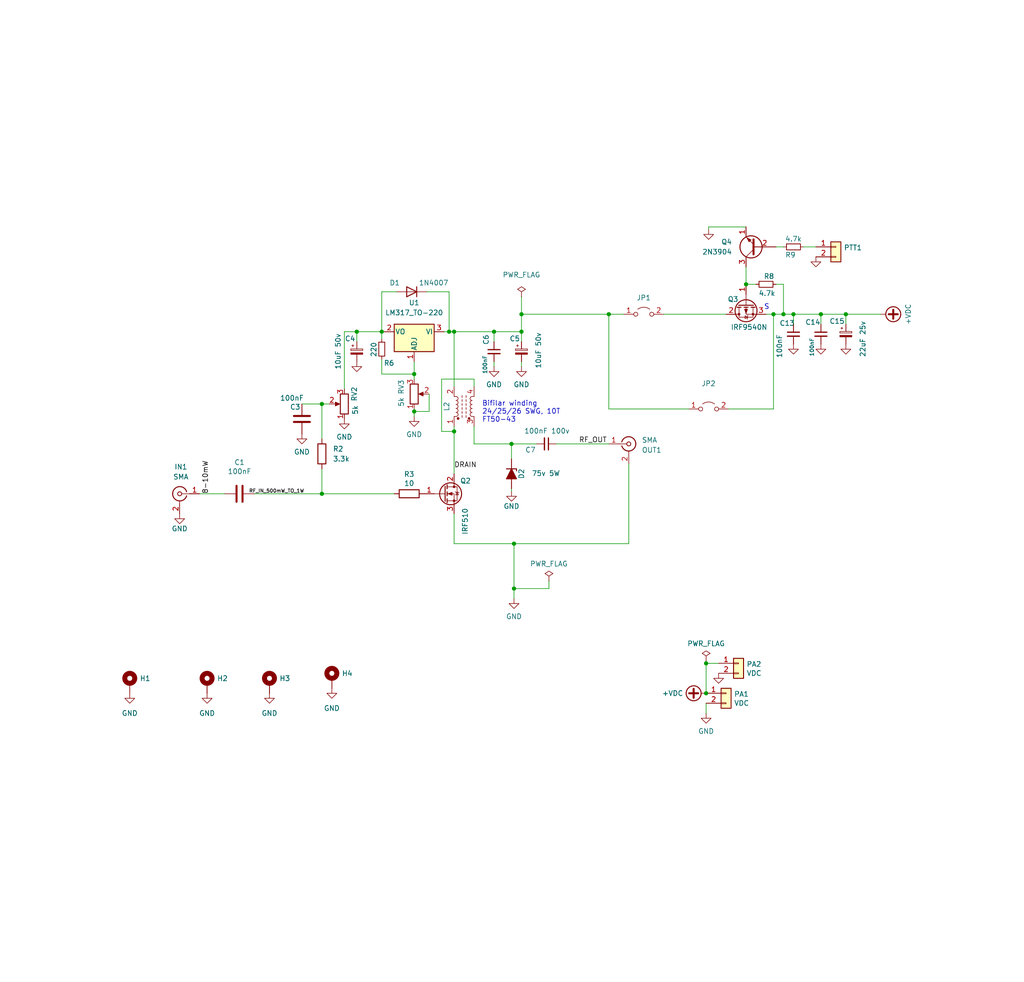
<source format=kicad_sch>
(kicad_sch (version 20230121) (generator eeschema)
  (paper "User" 260.629 250.012)
  (title_block (title "Easy-PA-With-Pluggable-LPF") (date "2022-09-28") (rev "v6.0") (company "Author: Dhiru Kholia (VU3CER)") (comment 1 "Designed for https://github.com/kholia/Easy-Digital-Beacons-v1 project") (comment 2 "Motivation: We need usable power on the 10m band!") (comment 3 "Uses ideas and support from G0UPL (QRP Labs), VU3SXT, VU2ASH, VU2SPF, AC7LX, PY2OHH") (comment 4 "Robust Class-D Single-ended \"5W+\" IRF510 powered HF PA"))
  (lib_symbols
    (symbol "Connector:Conn_Coaxial" (pin_names (offset 1.016) hide)
      (property "Reference" "J" (at 0.254 3.048 0))
      (property "Value" "Conn_Coaxial" (at 2.921 0 90))
      (symbol "Conn_Coaxial_0_1"
        (arc (start -1.778 -0.508) (mid 0.222 -1.808) (end 1.778 0) (stroke (width 0.254)))
        (polyline (pts (xy -2.54 0) (xy -0.508 0)))
        (polyline (pts (xy 0 -2.54) (xy 0 -1.778)))
        (circle (center 0 0) (radius 0.508) (stroke (width 0.2032)))
        (arc (start 1.778 0) (mid 0.222 1.8083) (end -1.778 0.508) (stroke (width 0.254)))
      )
      (symbol "Conn_Coaxial_1_1"
        (pin passive line (at -5.08 0 0) (length 2.54) (name "In") (number "1"))
        (pin passive line (at 0 -5.08 90) (length 2.54) (name "Ext") (number "2"))
      )
    )
    (symbol "Connector_Generic:Conn_01x02" (pin_names (offset 1.016) hide)
      (property "Reference" "J" (at 0 2.54 0))
      (property "Value" "Conn_01x02" (at 0 -5.08 0))
      (symbol "Conn_01x02_1_1"
        (rectangle (start -1.27 -2.413) (end 0 -2.667) (stroke (width 0.1524)))
        (rectangle (start -1.27 0.127) (end 0 -0.127) (stroke (width 0.1524)))
        (rectangle (start -1.27 1.27) (end 1.27 -3.81) (stroke (width 0.254)) (fill (type background)))
        (pin passive line (at -5.08 0 0) (length 3.81) (name "Pin_1") (number "1"))
        (pin passive line (at -5.08 -2.54 0) (length 3.81) (name "Pin_2") (number "2"))
      )
    )
    (symbol "Device:C" (pin_numbers hide) (pin_names (offset 0.254))
      (property "Reference" "C" (at 0.635 2.54 0))
      (property "Value" "C" (at 0.635 -2.54 0))
      (symbol "C_0_1"
        (polyline (pts (xy -2.032 -0.762) (xy 2.032 -0.762)) (stroke (width 0.508)))
        (polyline (pts (xy -2.032 0.762) (xy 2.032 0.762)) (stroke (width 0.508)))
      )
      (symbol "C_1_1"
        (pin passive line (at 0 3.81 270) (length 2.794) (name "~") (number "1"))
        (pin passive line (at 0 -3.81 90) (length 2.794) (name "~") (number "2"))
      )
    )
    (symbol "Device:C_Polarized_Small" (pin_numbers hide) (pin_names (offset 0.254) hide)
      (property "Reference" "C" (at 0.254 1.778 0))
      (property "Value" "C_Polarized_Small" (at 0.254 -2.032 0))
      (symbol "C_Polarized_Small_0_1"
        (rectangle (start -1.524 -0.3048) (end 1.524 -0.6858) (fill (type outline)))
        (rectangle (start -1.524 0.6858) (end 1.524 0.3048))
        (polyline (pts (xy -1.27 1.524) (xy -0.762 1.524)))
        (polyline (pts (xy -1.016 1.27) (xy -1.016 1.778)))
      )
      (symbol "C_Polarized_Small_1_1"
        (pin passive line (at 0 2.54 270) (length 1.8542) (name "~") (number "1"))
        (pin passive line (at 0 -2.54 90) (length 1.8542) (name "~") (number "2"))
      )
    )
    (symbol "Device:C_Small" (pin_numbers hide) (pin_names (offset 0.254) hide)
      (property "Reference" "C" (at 0.254 1.778 0))
      (property "Value" "C_Small" (at 0.254 -2.032 0))
      (symbol "C_Small_0_1"
        (polyline (pts (xy -1.524 -0.508) (xy 1.524 -0.508)) (stroke (width 0.3302)))
        (polyline (pts (xy -1.524 0.508) (xy 1.524 0.508)) (stroke (width 0.3048)))
      )
      (symbol "C_Small_1_1"
        (pin passive line (at 0 2.54 270) (length 2.032) (name "~") (number "1"))
        (pin passive line (at 0 -2.54 90) (length 2.032) (name "~") (number "2"))
      )
    )
    (symbol "Device:D_Zener_Filled" (pin_numbers hide) (pin_names (offset 1.016) hide)
      (property "Reference" "D" (at 0 2.54 0))
      (property "Value" "D_Zener_Filled" (at 0 -2.54 0))
      (symbol "D_Zener_Filled_0_1"
        (polyline (pts (xy 1.27 0) (xy -1.27 0)))
        (polyline (pts (xy -1.27 -1.27) (xy -1.27 1.27) (xy -0.762 1.27)) (stroke (width 0.254)))
        (polyline (pts (xy 1.27 -1.27) (xy 1.27 1.27) (xy -1.27 0) (xy 1.27 -1.27)) (stroke (width 0.254)) (fill (type outline)))
      )
      (symbol "D_Zener_Filled_1_1"
        (pin passive line (at -3.81 0 0) (length 2.54) (name "K") (number "1"))
        (pin passive line (at 3.81 0 180) (length 2.54) (name "A") (number "2"))
      )
    )
    (symbol "Device:L_Ferrite_Coupled" (pin_names (offset 0.254) hide)
      (property "Reference" "L" (at 0 4.445 0))
      (property "Value" "L_Ferrite_Coupled" (at 0 -4.445 0))
      (symbol "L_Ferrite_Coupled_0_1"
        (circle (center -3.048 -1.27) (radius 0.254) (fill (type outline)))
        (circle (center -3.048 1.524) (radius 0.254) (fill (type outline)))
        (arc (start -2.54 2.032) (mid -2.032 1.5262) (end -1.524 2.032))
        (arc (start -1.524 -2.032) (mid -2.032 -1.5262) (end -2.54 -2.032))
        (arc (start -1.524 2.032) (mid -1.016 1.5262) (end -0.508 2.032))
        (arc (start -0.508 -2.032) (mid -1.016 -1.5262) (end -1.524 -2.032))
        (arc (start -0.508 2.032) (mid 0 1.5262) (end 0.508 2.032))
        (polyline (pts (xy -2.794 -0.508) (xy -2.286 -0.508)))
        (polyline (pts (xy -2.794 0.508) (xy -2.286 0.508)))
        (polyline (pts (xy -2.54 -2.032) (xy -2.54 -2.54)))
        (polyline (pts (xy -2.54 2.032) (xy -2.54 2.54)))
        (polyline (pts (xy -1.778 -0.508) (xy -1.27 -0.508)))
        (polyline (pts (xy -1.778 0.508) (xy -1.27 0.508)))
        (polyline (pts (xy -0.762 -0.508) (xy -0.254 -0.508)))
        (polyline (pts (xy -0.762 0.508) (xy -0.254 0.508)))
        (polyline (pts (xy 0.254 -0.508) (xy 0.762 -0.508)))
        (polyline (pts (xy 0.254 0.508) (xy 0.762 0.508)))
        (polyline (pts (xy 1.27 -0.508) (xy 1.778 -0.508)))
        (polyline (pts (xy 1.27 0.508) (xy 1.778 0.508)))
        (polyline (pts (xy 2.286 -0.508) (xy 2.794 -0.508)))
        (polyline (pts (xy 2.286 0.508) (xy 2.794 0.508)))
        (polyline (pts (xy 2.54 -2.032) (xy 2.54 -2.54)))
        (polyline (pts (xy 2.54 2.54) (xy 2.54 2.032)))
        (arc (start 0.508 -2.032) (mid 0 -1.5262) (end -0.508 -2.032))
        (arc (start 0.508 2.032) (mid 1.016 1.5262) (end 1.524 2.032))
        (arc (start 1.524 -2.032) (mid 1.016 -1.5262) (end 0.508 -2.032))
        (arc (start 1.524 2.032) (mid 2.032 1.5262) (end 2.54 2.032))
        (arc (start 2.54 -2.032) (mid 2.032 -1.5262) (end 1.524 -2.032))
      )
      (symbol "L_Ferrite_Coupled_1_1"
        (pin passive line (at -5.08 2.54 0) (length 2.54) (name "1") (number "1"))
        (pin passive line (at 5.08 2.54 180) (length 2.54) (name "2") (number "2"))
        (pin passive line (at -5.08 -2.54 0) (length 2.54) (name "3") (number "3"))
        (pin passive line (at 5.08 -2.54 180) (length 2.54) (name "4") (number "4"))
      )
    )
    (symbol "Device:R" (pin_numbers hide) (pin_names (offset 0))
      (property "Reference" "R" (at 2.032 0 90))
      (property "Value" "R" (at 0 0 90))
      (symbol "R_0_1"
        (rectangle (start -1.016 -2.54) (end 1.016 2.54) (stroke (width 0.254)))
      )
      (symbol "R_1_1"
        (pin passive line (at 0 3.81 270) (length 1.27) (name "~") (number "1"))
        (pin passive line (at 0 -3.81 90) (length 1.27) (name "~") (number "2"))
      )
    )
    (symbol "Device:R_Potentiometer" (pin_names (offset 1.016) hide)
      (property "Reference" "RV" (at -4.445 0 90))
      (property "Value" "R_Potentiometer" (at -2.54 0 90))
      (symbol "R_Potentiometer_0_1"
        (polyline (pts (xy 2.54 0) (xy 1.524 0)))
        (polyline (pts (xy 1.143 0) (xy 2.286 0.508) (xy 2.286 -0.508) (xy 1.143 0)) (fill (type outline)))
        (rectangle (start 1.016 2.54) (end -1.016 -2.54) (stroke (width 0.254)))
      )
      (symbol "R_Potentiometer_1_1"
        (pin passive line (at 0 3.81 270) (length 1.27) (name "1") (number "1"))
        (pin passive line (at 3.81 0 180) (length 1.27) (name "2") (number "2"))
        (pin passive line (at 0 -3.81 90) (length 1.27) (name "3") (number "3"))
      )
    )
    (symbol "Device:R_Small" (pin_numbers hide) (pin_names (offset 0.254) hide)
      (property "Reference" "R" (at 0.762 0.508 0))
      (property "Value" "R_Small" (at 0.762 -1.016 0))
      (symbol "R_Small_0_1"
        (rectangle (start -0.762 1.778) (end 0.762 -1.778) (stroke (width 0.2032)))
      )
      (symbol "R_Small_1_1"
        (pin passive line (at 0 2.54 270) (length 0.762) (name "~") (number "1"))
        (pin passive line (at 0 -2.54 90) (length 0.762) (name "~") (number "2"))
      )
    )
    (symbol "Diode:1N4007" (pin_numbers hide) (pin_names hide)
      (property "Reference" "D" (at 0 2.54 0))
      (property "Value" "1N4007" (at 0 -2.54 0))
      (symbol "1N4007_0_1"
        (polyline (pts (xy -1.27 1.27) (xy -1.27 -1.27)) (stroke (width 0.254)))
        (polyline (pts (xy 1.27 0) (xy -1.27 0)))
        (polyline (pts (xy 1.27 1.27) (xy 1.27 -1.27) (xy -1.27 0) (xy 1.27 1.27)) (stroke (width 0.254)))
      )
      (symbol "1N4007_1_1"
        (pin passive line (at -3.81 0 0) (length 2.54) (name "K") (number "1"))
        (pin passive line (at 3.81 0 180) (length 2.54) (name "A") (number "2"))
      )
    )
    (symbol "Jumper:Jumper_2_Open" (pin_names (offset 0) hide)
      (property "Reference" "JP" (at 0 2.794 0))
      (property "Value" "Jumper_2_Open" (at 0 -2.286 0))
      (symbol "Jumper_2_Open_0_0"
        (circle (center -2.032 0) (radius 0.508))
        (circle (center 2.032 0) (radius 0.508))
      )
      (symbol "Jumper_2_Open_0_1"
        (arc (start 1.524 1.27) (mid 0 1.778) (end -1.524 1.27))
      )
      (symbol "Jumper_2_Open_1_1"
        (pin passive line (at -5.08 0 0) (length 2.54) (name "A") (number "1"))
        (pin passive line (at 5.08 0 180) (length 2.54) (name "B") (number "2"))
      )
    )
    (symbol "Mechanical:MountingHole_Pad" (pin_numbers hide) (pin_names (offset 1.016) hide)
      (property "Reference" "H" (at 0 6.35 0))
      (property "Value" "MountingHole_Pad" (at 0 4.445 0))
      (symbol "MountingHole_Pad_0_1"
        (circle (center 0 1.27) (radius 1.27) (stroke (width 1.27)))
      )
      (symbol "MountingHole_Pad_1_1"
        (pin input line (at 0 -2.54 90) (length 2.54) (name "1") (number "1"))
      )
    )
    (symbol "Regulator_Linear:LM317_TO-220" (pin_names (offset 0.254))
      (property "Reference" "U" (at -3.81 3.175 0))
      (property "Value" "LM317_TO-220" (at 0 3.175 0))
      (symbol "LM317_TO-220_0_1"
        (rectangle (start -5.08 1.905) (end 5.08 -5.08) (stroke (width 0.254)) (fill (type background)))
      )
      (symbol "LM317_TO-220_1_1"
        (pin input line (at 0 -7.62 90) (length 2.54) (name "ADJ") (number "1"))
        (pin power_out line (at 7.62 0 180) (length 2.54) (name "VO") (number "2"))
        (pin power_in line (at -7.62 0 0) (length 2.54) (name "VI") (number "3"))
      )
    )
    (symbol "Transistor_BJT:2N3904" (pin_names (offset 0) hide)
      (property "Reference" "Q" (at 5.08 1.905 0))
      (property "Value" "2N3904" (at 5.08 0 0))
      (symbol "2N3904_0_1"
        (polyline (pts (xy 0.635 0.635) (xy 2.54 2.54)))
        (polyline (pts (xy 0.635 -0.635) (xy 2.54 -2.54) (xy 2.54 -2.54)))
        (polyline (pts (xy 0.635 1.905) (xy 0.635 -1.905) (xy 0.635 -1.905)) (stroke (width 0.508)))
        (polyline (pts (xy 1.27 -1.778) (xy 1.778 -1.27) (xy 2.286 -2.286) (xy 1.27 -1.778) (xy 1.27 -1.778)) (fill (type outline)))
        (circle (center 1.27 0) (radius 2.8194) (stroke (width 0.254)))
      )
      (symbol "2N3904_1_1"
        (pin passive line (at 2.54 -5.08 90) (length 2.54) (name "E") (number "1"))
        (pin passive line (at -5.08 0 0) (length 5.715) (name "B") (number "2"))
        (pin passive line (at 2.54 5.08 270) (length 2.54) (name "C") (number "3"))
      )
    )
    (symbol "Transistor_FET:IRF540N" (pin_names hide)
      (property "Reference" "Q" (at 6.35 1.905 0))
      (property "Value" "IRF540N" (at 6.35 0 0))
      (symbol "IRF540N_0_1"
        (polyline (pts (xy 0.254 0) (xy -2.54 0)))
        (polyline (pts (xy 0.254 1.905) (xy 0.254 -1.905)) (stroke (width 0.254)))
        (polyline (pts (xy 0.762 -1.27) (xy 0.762 -2.286)) (stroke (width 0.254)))
        (polyline (pts (xy 0.762 0.508) (xy 0.762 -0.508)) (stroke (width 0.254)))
        (polyline (pts (xy 0.762 2.286) (xy 0.762 1.27)) (stroke (width 0.254)))
        (polyline (pts (xy 2.54 2.54) (xy 2.54 1.778)))
        (polyline (pts (xy 2.54 -2.54) (xy 2.54 0) (xy 0.762 0)))
        (polyline (pts (xy 0.762 -1.778) (xy 3.302 -1.778) (xy 3.302 1.778) (xy 0.762 1.778)))
        (polyline (pts (xy 1.016 0) (xy 2.032 0.381) (xy 2.032 -0.381) (xy 1.016 0)) (fill (type outline)))
        (polyline (pts (xy 2.794 0.508) (xy 2.921 0.381) (xy 3.683 0.381) (xy 3.81 0.254)))
        (polyline (pts (xy 3.302 0.381) (xy 2.921 -0.254) (xy 3.683 -0.254) (xy 3.302 0.381)))
        (circle (center 1.651 0) (radius 2.794) (stroke (width 0.254)))
        (circle (center 2.54 -1.778) (radius 0.254) (fill (type outline)))
        (circle (center 2.54 1.778) (radius 0.254) (fill (type outline)))
      )
      (symbol "IRF540N_1_1"
        (pin input line (at -5.08 0 0) (length 2.54) (name "G") (number "1"))
        (pin passive line (at 2.54 5.08 270) (length 2.54) (name "D") (number "2"))
        (pin passive line (at 2.54 -5.08 90) (length 2.54) (name "S") (number "3"))
      )
    )
    (symbol "Transistor_FET:IRF9540N" (pin_names hide)
      (property "Reference" "Q" (at 5.08 1.905 0))
      (property "Value" "IRF9540N" (at 5.08 0 0))
      (symbol "IRF9540N_0_1"
        (polyline (pts (xy 0.254 0) (xy -2.54 0)))
        (polyline (pts (xy 0.254 1.905) (xy 0.254 -1.905)) (stroke (width 0.254)))
        (polyline (pts (xy 0.762 -1.27) (xy 0.762 -2.286)) (stroke (width 0.254)))
        (polyline (pts (xy 0.762 0.508) (xy 0.762 -0.508)) (stroke (width 0.254)))
        (polyline (pts (xy 0.762 2.286) (xy 0.762 1.27)) (stroke (width 0.254)))
        (polyline (pts (xy 2.54 2.54) (xy 2.54 1.778)))
        (polyline (pts (xy 2.54 -2.54) (xy 2.54 0) (xy 0.762 0)))
        (polyline (pts (xy 0.762 1.778) (xy 3.302 1.778) (xy 3.302 -1.778) (xy 0.762 -1.778)))
        (polyline (pts (xy 2.286 0) (xy 1.27 0.381) (xy 1.27 -0.381) (xy 2.286 0)) (fill (type outline)))
        (polyline (pts (xy 2.794 -0.508) (xy 2.921 -0.381) (xy 3.683 -0.381) (xy 3.81 -0.254)))
        (polyline (pts (xy 3.302 -0.381) (xy 2.921 0.254) (xy 3.683 0.254) (xy 3.302 -0.381)))
        (circle (center 1.651 0) (radius 2.794) (stroke (width 0.254)))
        (circle (center 2.54 -1.778) (radius 0.254) (fill (type outline)))
        (circle (center 2.54 1.778) (radius 0.254) (fill (type outline)))
      )
      (symbol "IRF9540N_1_1"
        (pin input line (at -5.08 0 0) (length 2.54) (name "G") (number "1"))
        (pin passive line (at 2.54 5.08 270) (length 2.54) (name "D") (number "2"))
        (pin passive line (at 2.54 -5.08 90) (length 2.54) (name "S") (number "3"))
      )
    )
    (symbol "power:+VDC" (power) (pin_names (offset 0))
      (property "Value" "+VDC" (at 0 6.35 0))
      (symbol "+VDC_0_1"
        (polyline (pts (xy -1.143 3.175) (xy 1.143 3.175)) (stroke (width 0.508)))
        (polyline (pts (xy 0 0) (xy 0 1.27)))
        (polyline (pts (xy 0 2.032) (xy 0 4.318)) (stroke (width 0.508)))
        (circle (center 0 3.175) (radius 1.905) (stroke (width 0.254)))
      )
      (symbol "+VDC_1_1"
        (pin power_in line (at 0 0 90) (length 0) hide (name "+VDC") (number "1"))
      )
    )
    (symbol "power:GND" (power) (pin_names (offset 0))
      (property "Value" "GND" (at 0 -3.81 0))
      (symbol "GND_0_1"
        (polyline (pts (xy 0 0) (xy 0 -1.27) (xy 1.27 -1.27) (xy 0 -2.54) (xy -1.27 -1.27) (xy 0 -1.27)))
      )
      (symbol "GND_1_1"
        (pin power_in line (at 0 0 270) (length 0) hide (name "GND") (number "1"))
      )
    )
    (symbol "power:PWR_FLAG" (power) (pin_numbers hide) (pin_names (offset 0) hide)
      (property "Value" "PWR_FLAG" (at 0 3.81 0))
      (symbol "PWR_FLAG_0_0"
        (pin power_out line (at 0 0 90) (length 0) (name "pwr") (number "1"))
      )
      (symbol "PWR_FLAG_0_1"
        (polyline (pts (xy 0 0) (xy 0 1.27) (xy -1.016 1.905) (xy 0 2.54) (xy 1.016 1.905) (xy 0 1.27)))
      )
    )
  )
  (junction (at 154.94 80.01))
  (junction (at 90.805 84.455))
  (junction (at 196.85 80.01))
  (junction (at 130.81 149.86))
  (junction (at 114.3 84.455))
  (junction (at 208.915 80.01))
  (junction (at 130.81 138.43))
  (junction (at 81.915 125.73))
  (junction (at 199.39 80.01))
  (junction (at 97.155 84.455))
  (junction (at 179.705 176.53))
  (junction (at 130.175 113.03))
  (junction (at 115.57 84.455))
  (junction (at 115.57 109.855))
  (junction (at 132.715 80.01))
  (junction (at 201.93 80.01))
  (junction (at 105.41 95.25))
  (junction (at 132.715 84.455))
  (junction (at 215.265 80.01))
  (junction (at 105.41 104.775))
  (junction (at 189.865 72.39))
  (junction (at 179.705 168.91))
  (junction (at 81.915 102.87))
  (junction (at 125.73 84.455))
  (wire (pts (xy 132.715 75.565) (xy 132.715 80.01)))
  (wire (pts (xy 97.155 84.455) (xy 97.155 86.36)))
  (wire (pts (xy 208.915 80.01) (xy 215.265 80.01)))
  (wire (pts (xy 139.7 147.955) (xy 139.7 149.86)))
  (wire (pts (xy 115.57 109.855) (xy 115.57 108.585)))
  (wire (pts (xy 115.57 138.43) (xy 130.81 138.43)))
  (wire (pts (xy 115.57 109.855) (xy 115.57 120.65)))
  (wire (pts (xy 109.22 104.775) (xy 109.22 100.33)))
  (wire (pts (xy 81.915 102.87) (xy 81.915 111.76)))
  (wire (pts (xy 64.77 125.73) (xy 81.915 125.73)))
  (wire (pts (xy 115.57 138.43) (xy 115.57 130.81)))
  (wire (pts (xy 87.63 84.455) (xy 87.63 99.06)))
  (wire (pts (xy 125.73 86.995) (xy 125.73 84.455)))
  (wire (pts (xy 189.865 72.39) (xy 192.405 72.39)))
  (wire (pts (xy 196.85 80.01) (xy 196.85 104.14)))
  (wire (pts (xy 215.265 80.01) (xy 215.265 82.55)))
  (wire (pts (xy 115.57 109.855) (xy 112.395 109.855)))
  (wire (pts (xy 179.705 168.91) (xy 179.705 176.53)))
  (wire (pts (xy 81.915 119.38) (xy 81.915 125.73)))
  (wire (pts (xy 114.3 74.295) (xy 114.3 84.455)))
  (wire (pts (xy 199.39 80.01) (xy 201.93 80.01)))
  (wire (pts (xy 201.93 82.55) (xy 201.93 80.01)))
  (wire (pts (xy 132.715 84.455) (xy 125.73 84.455)))
  (wire (pts (xy 179.705 168.91) (xy 182.88 168.91)))
  (wire (pts (xy 180.34 58.42) (xy 180.34 57.785)))
  (wire (pts (xy 120.65 108.585) (xy 120.65 113.03)))
  (wire (pts (xy 108.585 74.295) (xy 114.3 74.295)))
  (wire (pts (xy 130.175 113.03) (xy 136.525 113.03)))
  (wire (pts (xy 197.485 62.865) (xy 199.39 62.865)))
  (wire (pts (xy 105.41 104.775) (xy 109.22 104.775)))
  (wire (pts (xy 112.395 96.52) (xy 120.65 96.52)))
  (wire (pts (xy 120.65 96.52) (xy 120.65 98.425)))
  (wire (pts (xy 154.94 80.01) (xy 132.715 80.01)))
  (wire (pts (xy 179.705 168.275) (xy 179.705 168.91)))
  (wire (pts (xy 130.81 138.43) (xy 130.81 149.86)))
  (wire (pts (xy 97.155 84.455) (xy 97.79 84.455)))
  (wire (pts (xy 83.82 102.87) (xy 81.915 102.87)))
  (wire (pts (xy 204.47 62.865) (xy 207.645 62.865)))
  (wire (pts (xy 154.94 104.14) (xy 175.26 104.14)))
  (wire (pts (xy 130.175 113.03) (xy 130.175 116.84)))
  (wire (pts (xy 185.42 104.14) (xy 196.85 104.14)))
  (wire (pts (xy 112.395 109.855) (xy 112.395 96.52)))
  (wire (pts (xy 154.94 80.01) (xy 154.94 104.14)))
  (wire (pts (xy 132.715 84.455) (xy 132.715 86.995)))
  (wire (pts (xy 201.93 80.01) (xy 208.915 80.01)))
  (wire (pts (xy 179.705 181.61) (xy 179.705 179.07)))
  (wire (pts (xy 189.865 67.945) (xy 189.865 72.39)))
  (wire (pts (xy 130.81 149.86) (xy 130.81 152.4)))
  (wire (pts (xy 141.605 113.03) (xy 154.94 113.03)))
  (wire (pts (xy 132.715 92.075) (xy 132.715 93.345)))
  (wire (pts (xy 115.57 84.455) (xy 115.57 98.425)))
  (wire (pts (xy 97.155 74.295) (xy 97.155 84.455)))
  (wire (pts (xy 90.805 84.455) (xy 87.63 84.455)))
  (wire (pts (xy 105.41 92.075) (xy 105.41 95.25)))
  (wire (pts (xy 130.81 138.43) (xy 160.02 138.43)))
  (wire (pts (xy 160.02 118.11) (xy 160.02 138.43)))
  (wire (pts (xy 132.715 80.01) (xy 132.715 84.455)))
  (wire (pts (xy 168.91 80.01) (xy 184.785 80.01)))
  (wire (pts (xy 196.85 80.01) (xy 199.39 80.01)))
  (wire (pts (xy 97.155 74.295) (xy 100.965 74.295)))
  (wire (pts (xy 224.155 80.01) (xy 215.265 80.01)))
  (wire (pts (xy 199.39 72.39) (xy 199.39 80.01)))
  (wire (pts (xy 105.41 95.25) (xy 105.41 96.52)))
  (wire (pts (xy 194.945 80.01) (xy 196.85 80.01)))
  (wire (pts (xy 105.41 106.045) (xy 105.41 104.775)))
  (wire (pts (xy 130.175 125.095) (xy 130.175 124.46)))
  (wire (pts (xy 97.155 91.44) (xy 97.155 95.25)))
  (wire (pts (xy 113.03 84.455) (xy 114.3 84.455)))
  (wire (pts (xy 154.94 80.01) (xy 158.75 80.01)))
  (wire (pts (xy 125.73 92.075) (xy 125.73 93.345)))
  (wire (pts (xy 120.65 113.03) (xy 130.175 113.03)))
  (wire (pts (xy 115.57 84.455) (xy 125.73 84.455)))
  (wire (pts (xy 50.8 125.73) (xy 57.15 125.73)))
  (wire (pts (xy 90.805 84.455) (xy 90.805 86.995)))
  (wire (pts (xy 180.34 57.785) (xy 189.865 57.785)))
  (wire (pts (xy 81.915 125.73) (xy 100.33 125.73)))
  (wire (pts (xy 90.805 84.455) (xy 97.155 84.455)))
  (wire (pts (xy 105.41 104.775) (xy 105.41 104.14)))
  (wire (pts (xy 197.485 72.39) (xy 199.39 72.39)))
  (wire (pts (xy 114.3 84.455) (xy 115.57 84.455)))
  (wire (pts (xy 208.915 80.01) (xy 208.915 82.55)))
  (wire (pts (xy 81.915 102.87) (xy 76.835 102.87)))
  (wire (pts (xy 139.7 149.86) (xy 130.81 149.86)))
  (wire (pts (xy 97.155 95.25) (xy 105.41 95.25)))
  (text "Bifilar winding\n24/25/26 SWG, 10T\nFT50-43" (at 122.682 107.696 0) (effects (font (size 1.27 1.27)) (justify left bottom)))
  (text "S" (at 194.437 78.994 0) (effects (font (size 1.27 1.27)) (justify left bottom)))
  (label "8-10mW" (at 53.34 125.73 90))
  (label "DRAIN" (at 115.57 119.38 0))
  (label "RF_IN_500mW_TO_1W" (at 77.47 125.73 180) (effects (font (size 0.889 0.889))))
  (label "RF_OUT" (at 147.32 113.03 0))
  (symbol (lib_id "Device:C_Polarized_Small") (at 132.715 89.535 0) (unit 1)
    (property "Reference" "C5" (at 129.667 86.233 0) (effects (justify left)))
    (property "Value" "10uF 50v" (at 137.033 93.853 90) (effects (justify left)))
    (property "Footprint" "Capacitor_THT:CP_Radial_D5.0mm_P2.50mm" (effects hide))
  )
  (symbol (lib_id "Device:C_Small") (at 139.065 113.03 270) (unit 1)
    (property "Reference" "C7" (at 135.001 114.554 90))
    (property "Value" "100nF 100v" (at 139.192 109.728 90))
    (property "Footprint" "Capacitor_SMD:C_1206_3216Metric_Pad1.33x1.80mm_HandSolder" (effects hide))
  )
  (symbol (lib_id "Device:R_Potentiometer") (at 87.63 102.87 180) (unit 1)
    (property "Reference" "RV2" (at 90.17 100.33 90))
    (property "Value" "5k" (at 90.424 104.394 90))
    (property "Footprint" "Potentiometer_THT:Potentiometer_Runtron_RM-065_Vertical" (effects hide))
  )
  (symbol (lib_id "Connector_Generic:Conn_01x02") (at 184.785 176.53 0) (unit 1)
    (property "Reference" "PA1" (at 186.817 176.7332 0) (effects (justify left)))
    (property "Value" "VDC" (at 186.817 179.0446 0) (effects (justify left)))
    (property "Footprint" "Connector_PinHeader_2.54mm:PinHeader_1x02_P2.54mm_Vertical" (effects hide))
  )
  (symbol (lib_id "power:+VDC") (at 179.705 176.53 90) (unit 1)
    (property "Reference" "#PWR0110" (effects hide))
    (property "Value" "+VDC" (at 173.8884 176.53 90) (effects (justify left)))
  )
  (symbol (lib_id "Device:R") (at 104.14 125.73 270) (unit 1)
    (property "Reference" "R3" (at 104.14 120.7516 90))
    (property "Value" "10" (at 104.14 123.063 90))
    (property "Footprint" "Resistor_SMD:R_1206_3216Metric_Pad1.30x1.75mm_HandSolder" (effects hide))
  )
  (symbol (lib_id "power:PWR_FLAG") (at 179.705 168.275 0) (unit 1)
    (property "Reference" "#FLG0103" (effects hide))
    (property "Value" "PWR_FLAG" (at 179.705 163.8808 0))
  )
  (symbol (lib_id "power:GND") (at 45.72 130.81 0) (unit 1)
    (property "Reference" "#PWR0106" (effects hide))
    (property "Value" "GND" (at 45.72 134.62 0))
  )
  (symbol (lib_id "Device:C") (at 60.96 125.73 270) (unit 1)
    (property "Reference" "C1" (at 60.96 117.729 90))
    (property "Value" "100nF" (at 60.96 120.0404 90))
    (property "Footprint" "Capacitor_SMD:C_1206_3216Metric_Pad1.33x1.80mm_HandSolder" (effects hide))
  )
  (symbol (lib_id "Device:L_Ferrite_Coupled") (at 118.11 103.505 90) (unit 1)
    (property "Reference" "L2" (at 113.665 103.505 0))
    (property "Value" "L_Ferrite_Coupled" (effects hide))
    (property "Footprint" "footprints:FT50-43 Transformer" (effects hide))
  )
  (symbol (lib_id "Diode:1N4007") (at 104.775 74.295 180) (unit 1)
    (property "Reference" "D1" (at 100.457 72.009 0))
    (property "Value" "1N4007" (at 110.363 72.009 0))
    (property "Footprint" "Diode_THT:D_DO-41_SOD81_P10.16mm_Horizontal" (effects hide))
    (property "Datasheet" "http://www.vishay.com/docs/88503/1n4001.pdf" (effects hide))
    (property "Sim.Device" "D" (effects hide))
    (property "Sim.Pins" "1=K 2=A" (effects hide))
  )
  (symbol (lib_id "Device:C_Small") (at 125.73 89.535 0) (unit 1)
    (property "Reference" "C6" (at 123.698 86.487 90))
    (property "Value" "100nF" (at 123.444 92.837 90) (effects (font (size 0.9906 0.9906))))
    (property "Footprint" "Capacitor_SMD:C_1206_3216Metric_Pad1.33x1.80mm_HandSolder" (effects hide))
  )
  (symbol (lib_id "power:PWR_FLAG") (at 139.7 147.955 0) (unit 1)
    (property "Reference" "#FLG0104" (effects hide))
    (property "Value" "PWR_FLAG" (at 139.7 143.5608 0))
  )
  (symbol (lib_id "Device:D_Zener_Filled") (at 130.175 120.65 270) (unit 1)
    (property "Reference" "D2" (at 132.715 120.65 0))
    (property "Value" "75v 5W" (at 138.938 120.523 90))
    (property "Footprint" "Diode_THT:D_DO-201_P5.08mm_Vertical_AnodeUp" (effects hide))
  )
  (symbol (lib_id "power:GND") (at 130.175 125.095 0) (unit 1)
    (property "Reference" "#PWR0102" (effects hide))
    (property "Value" "GND" (at 130.175 128.905 0))
  )
  (symbol (lib_id "power:PWR_FLAG") (at 132.715 75.565 0) (unit 1)
    (property "Reference" "#FLG01" (effects hide))
    (property "Value" "PWR_FLAG" (at 132.715 69.977 0))
  )
  (symbol (lib_id "power:+VDC") (at 224.155 80.01 270) (unit 1)
    (property "Reference" "#PWR014" (effects hide))
    (property "Value" "+VDC" (at 231.14 80.01 0))
  )
  (symbol (lib_id "power:GND") (at 201.93 87.63 0) (unit 1)
    (property "Reference" "#PWR010" (effects hide))
    (property "Value" "GND" (effects hide))
  )
  (symbol (lib_id "Device:C_Small") (at 201.93 85.09 0) (unit 1)
    (property "Reference" "C13" (at 198.374 82.296 0) (effects (justify left)))
    (property "Value" "100nF" (at 198.374 91.186 90) (effects (justify left)))
    (property "Footprint" "Capacitor_SMD:C_1206_3216Metric_Pad1.33x1.80mm_HandSolder" (effects hide))
  )
  (symbol (lib_id "Device:C_Polarized_Small") (at 215.265 85.09 0) (unit 1)
    (property "Reference" "C15" (at 211.074 81.788 0) (effects (justify left)))
    (property "Value" "22uF 25v" (at 219.583 90.932 90) (effects (justify left)))
    (property "Footprint" "Capacitor_THT:CP_Radial_D5.0mm_P2.50mm" (effects hide))
  )
  (symbol (lib_id "Device:C_Small") (at 208.915 85.09 0) (unit 1)
    (property "Reference" "C14" (at 206.883 82.042 0))
    (property "Value" "100nF" (at 206.629 88.392 90) (effects (font (size 0.9906 0.9906))))
    (property "Footprint" "Capacitor_SMD:C_1206_3216Metric_Pad1.33x1.80mm_HandSolder" (effects hide))
  )
  (symbol (lib_id "power:GND") (at 105.41 106.045 0) (unit 1)
    (property "Reference" "#PWR0117" (effects hide))
    (property "Value" "GND" (at 105.41 110.617 0))
  )
  (symbol (lib_id "Device:C_Polarized_Small") (at 90.805 89.535 0) (unit 1)
    (property "Reference" "C4" (at 87.757 86.233 0) (effects (justify left)))
    (property "Value" "10uF 50v" (at 86.0298 94.107 90) (effects (justify left)))
    (property "Footprint" "Capacitor_THT:CP_Radial_D5.0mm_P2.50mm" (effects hide))
  )
  (symbol (lib_id "Connector:Conn_Coaxial") (at 160.02 113.03 0) (unit 1)
    (property "Reference" "OUT1" (at 163.322 114.5933 0) (effects (justify left)))
    (property "Value" "SMA" (at 163.322 112.0533 0) (effects (justify left)))
    (property "Footprint" "Connector_Coaxial:SMA_Amphenol_901-144_Vertical" (effects hide))
    (property "Datasheet" " ~" (effects hide))
  )
  (symbol (lib_id "power:GND") (at 132.715 93.345 0) (unit 1)
    (property "Reference" "#PWR0103" (effects hide))
    (property "Value" "GND" (at 132.715 97.917 0))
  )
  (symbol (lib_id "Connector_Generic:Conn_01x02") (at 212.725 62.865 0) (unit 1)
    (property "Reference" "PTT1" (at 214.757 63.0682 0) (effects (justify left)))
    (property "Value" "PTT" (effects hide))
    (property "Footprint" "Connector_PinHeader_2.54mm:PinHeader_1x02_P2.54mm_Vertical" (effects hide))
  )
  (symbol (lib_id "Mechanical:MountingHole_Pad") (at 33.02 173.99 0) (unit 1)
    (property "Reference" "H1" (at 35.56 172.7454 0) (effects (justify left)))
    (property "Value" "MountingHole_Pad" (effects hide))
    (property "Footprint" "MountingHole:MountingHole_3.2mm_M3_ISO7380_Pad" (effects hide))
  )
  (symbol (lib_id "Connector_Generic:Conn_01x02") (at 187.96 168.91 0) (unit 1)
    (property "Reference" "PA2" (at 189.992 169.1132 0) (effects (justify left)))
    (property "Value" "VDC" (at 189.992 171.4246 0) (effects (justify left)))
    (property "Footprint" "Connector_PinHeader_2.54mm:PinHeader_1x02_P2.54mm_Vertical" (effects hide))
  )
  (symbol (lib_id "Jumper:Jumper_2_Open") (at 163.83 80.01 0) (unit 1)
    (property "Reference" "JP1" (at 163.83 75.819 0))
    (property "Value" "Jumper_2_Open" (effects hide))
    (property "Footprint" "Connector_PinHeader_2.54mm:PinHeader_1x02_P2.54mm_Vertical" (effects hide))
  )
  (symbol (lib_id "Device:R_Small") (at 201.93 62.865 90) (unit 1)
    (property "Reference" "R9" (at 201.168 64.897 90))
    (property "Value" "4.7k" (at 201.93 60.833 90))
    (property "Footprint" "Resistor_SMD:R_1206_3216Metric_Pad1.30x1.75mm_HandSolder" (effects hide))
  )
  (symbol (lib_id "Mechanical:MountingHole_Pad") (at 52.705 173.99 0) (unit 1)
    (property "Reference" "H2" (at 55.245 172.7454 0) (effects (justify left)))
    (property "Value" "MountingHole_Pad" (effects hide))
    (property "Footprint" "MountingHole:MountingHole_3.2mm_M3_ISO7380_Pad" (effects hide))
  )
  (symbol (lib_id "Connector:Conn_Coaxial") (at 45.72 125.73 0) (mirror y) (unit 1)
    (property "Reference" "IN1" (at 46.0374 118.872 0))
    (property "Value" "SMA" (at 46.0374 121.412 0))
    (property "Footprint" "Connector_Coaxial:SMA_Amphenol_901-144_Vertical" (effects hide))
    (property "Datasheet" " ~" (effects hide))
  )
  (symbol (lib_id "power:GND") (at 215.265 87.63 0) (unit 1)
    (property "Reference" "#PWR013" (effects hide))
    (property "Value" "GND" (effects hide))
  )
  (symbol (lib_id "Transistor_BJT:2N3904") (at 192.405 62.865 180) (unit 1)
    (property "Reference" "Q4" (at 186.309 61.5949 0) (effects (justify left)))
    (property "Value" "2N3904" (at 186.309 64.1349 0) (effects (justify left)))
    (property "Footprint" "Connector_PinSocket_2.54mm:PinSocket_1x03_P2.54mm_Vertical" (effects hide))
    (property "Datasheet" "https://www.onsemi.com/pub/Collateral/2N3903-D.PDF" (effects hide))
  )
  (symbol (lib_id "power:GND") (at 33.02 176.53 0) (unit 1)
    (property "Reference" "#PWR01" (effects hide))
    (property "Value" "GND" (at 33.02 181.61 0))
  )
  (symbol (lib_id "Device:R_Small") (at 97.155 88.9 0) (unit 1)
    (property "Reference" "R6" (at 97.663 92.456 0) (effects (justify left)))
    (property "Value" "220" (at 95.123 90.932 90) (effects (justify left)))
    (property "Footprint" "Resistor_SMD:R_1206_3216Metric_Pad1.30x1.75mm_HandSolder" (effects hide))
  )
  (symbol (lib_id "Device:C") (at 76.835 106.68 0) (unit 1)
    (property "Reference" "C3" (at 73.787 103.632 0) (effects (justify left)))
    (property "Value" "100nF" (at 71.247 101.346 0) (effects (justify left)))
    (property "Footprint" "Capacitor_SMD:C_1206_3216Metric_Pad1.33x1.80mm_HandSolder" (effects hide))
  )
  (symbol (lib_id "power:GND") (at 84.455 175.26 0) (unit 1)
    (property "Reference" "#PWR04" (effects hide))
    (property "Value" "GND" (at 84.455 180.34 0))
  )
  (symbol (lib_id "Device:R_Potentiometer") (at 105.41 100.33 0) (mirror x) (unit 1)
    (property "Reference" "RV3" (at 102.108 98.552 90))
    (property "Value" "5k" (at 102.108 102.362 90))
    (property "Footprint" "Potentiometer_THT:Potentiometer_Runtron_RM-065_Vertical" (effects hide))
  )
  (symbol (lib_id "Transistor_FET:IRF9540N") (at 189.865 77.47 90) (mirror x) (unit 1)
    (property "Reference" "Q3" (at 186.563 76.2 90))
    (property "Value" "IRF9540N" (at 190.627 83.312 90))
    (property "Footprint" "Package_TO_SOT_THT:TO-220-3_Vertical" (effects hide))
    (property "Datasheet" "http://www.irf.com/product-info/datasheets/data/irf9540n.pdf" (effects hide))
  )
  (symbol (lib_id "Device:R_Small") (at 194.945 72.39 90) (unit 1)
    (property "Reference" "R8" (at 195.707 70.358 90))
    (property "Value" "4.7k" (at 195.199 74.676 90))
    (property "Footprint" "Resistor_SMD:R_1206_3216Metric_Pad1.30x1.75mm_HandSolder" (effects hide))
  )
  (symbol (lib_id "power:GND") (at 182.88 171.45 0) (unit 1)
    (property "Reference" "#PWR0107" (effects hide))
    (property "Value" "GND" (effects hide))
  )
  (symbol (lib_id "power:GND") (at 68.58 176.53 0) (unit 1)
    (property "Reference" "#PWR03" (effects hide))
    (property "Value" "GND" (at 68.58 181.61 0))
  )
  (symbol (lib_id "Jumper:Jumper_2_Open") (at 180.34 104.14 0) (unit 1)
    (property "Reference" "JP2" (at 180.34 97.663 0))
    (property "Value" "Jumper_2_Open" (effects hide))
    (property "Footprint" "Connector_PinHeader_2.54mm:PinHeader_1x02_P2.54mm_Vertical" (effects hide))
  )
  (symbol (lib_id "Mechanical:MountingHole_Pad") (at 84.455 172.72 0) (unit 1)
    (property "Reference" "H4" (at 86.995 171.4754 0) (effects (justify left)))
    (property "Value" "MountingHole_Pad" (effects hide))
    (property "Footprint" "MountingHole:MountingHole_3.2mm_M3_ISO7380_Pad" (effects hide))
  )
  (symbol (lib_id "Mechanical:MountingHole_Pad") (at 68.58 173.99 0) (unit 1)
    (property "Reference" "H3" (at 71.12 172.7454 0) (effects (justify left)))
    (property "Value" "MountingHole_Pad" (effects hide))
    (property "Footprint" "MountingHole:MountingHole_3.2mm_M3_ISO7380_Pad" (effects hide))
  )
  (symbol (lib_id "power:GND") (at 87.63 106.68 0) (unit 1)
    (property "Reference" "#PWR0113" (effects hide))
    (property "Value" "GND" (at 87.63 111.252 0))
  )
  (symbol (lib_id "power:GND") (at 130.81 152.4 0) (unit 1)
    (property "Reference" "#PWR0116" (effects hide))
    (property "Value" "GND" (at 130.81 156.972 0))
  )
  (symbol (lib_id "power:GND") (at 179.705 181.61 0) (unit 1)
    (property "Reference" "#PWR0109" (effects hide))
    (property "Value" "GND" (at 179.705 186.182 0))
  )
  (symbol (lib_id "power:GND") (at 76.835 110.49 0) (unit 1)
    (property "Reference" "#PWR0111" (effects hide))
    (property "Value" "GND" (at 76.835 115.062 0))
  )
  (symbol (lib_id "power:GND") (at 208.915 87.63 0) (unit 1)
    (property "Reference" "#PWR012" (effects hide))
    (property "Value" "GND" (effects hide))
  )
  (symbol (lib_id "power:GND") (at 125.73 93.345 0) (unit 1)
    (property "Reference" "#PWR0105" (effects hide))
    (property "Value" "GND" (at 125.73 97.917 0))
  )
  (symbol (lib_id "Regulator_Linear:LM317_TO-220") (at 105.41 84.455 0) (mirror y) (unit 1)
    (property "Reference" "U1" (at 105.41 77.089 0))
    (property "Value" "LM317_TO-220" (at 105.41 79.629 0))
    (property "Footprint" "Package_TO_SOT_THT:TO-220-3_Vertical" (effects hide))
    (property "Datasheet" "http://www.ti.com/lit/ds/symlink/lm317.pdf" (effects hide))
  )
  (symbol (lib_id "power:GND") (at 90.805 92.075 0) (unit 1)
    (property "Reference" "#PWR05" (effects hide))
    (property "Value" "GND" (effects hide))
  )
  (symbol (lib_id "Transistor_FET:IRF540N") (at 113.03 125.73 0) (unit 1)
    (property "Reference" "Q2" (at 117.094 122.428 0) (effects (justify left)))
    (property "Value" "IRF510" (at 118.364 136.144 90) (effects (justify left)))
    (property "Footprint" "Package_TO_SOT_THT:TO-220-3_Vertical" (effects hide))
    (property "Datasheet" "http://www.irf.com/product-info/datasheets/data/irf540n.pdf" (effects hide))
  )
  (symbol (lib_id "power:GND") (at 207.645 65.405 0) (unit 1)
    (property "Reference" "#PWR011" (effects hide))
    (property "Value" "GND" (effects hide))
  )
  (symbol (lib_id "power:GND") (at 52.705 176.53 0) (unit 1)
    (property "Reference" "#PWR02" (effects hide))
    (property "Value" "GND" (at 52.705 181.61 0))
  )
  (symbol (lib_id "power:GND") (at 180.34 58.42 0) (unit 1)
    (property "Reference" "#PWR09" (effects hide))
    (property "Value" "GND" (effects hide))
  )
  (symbol (lib_id "Device:R") (at 81.915 115.57 0) (unit 1)
    (property "Reference" "R2" (at 84.709 114.2999 0) (effects (justify left)))
    (property "Value" "3.3k" (at 84.709 116.8399 0) (effects (justify left)))
    (property "Footprint" "Resistor_SMD:R_1206_3216Metric_Pad1.30x1.75mm_HandSolder" (effects hide))
  )
)
</source>
